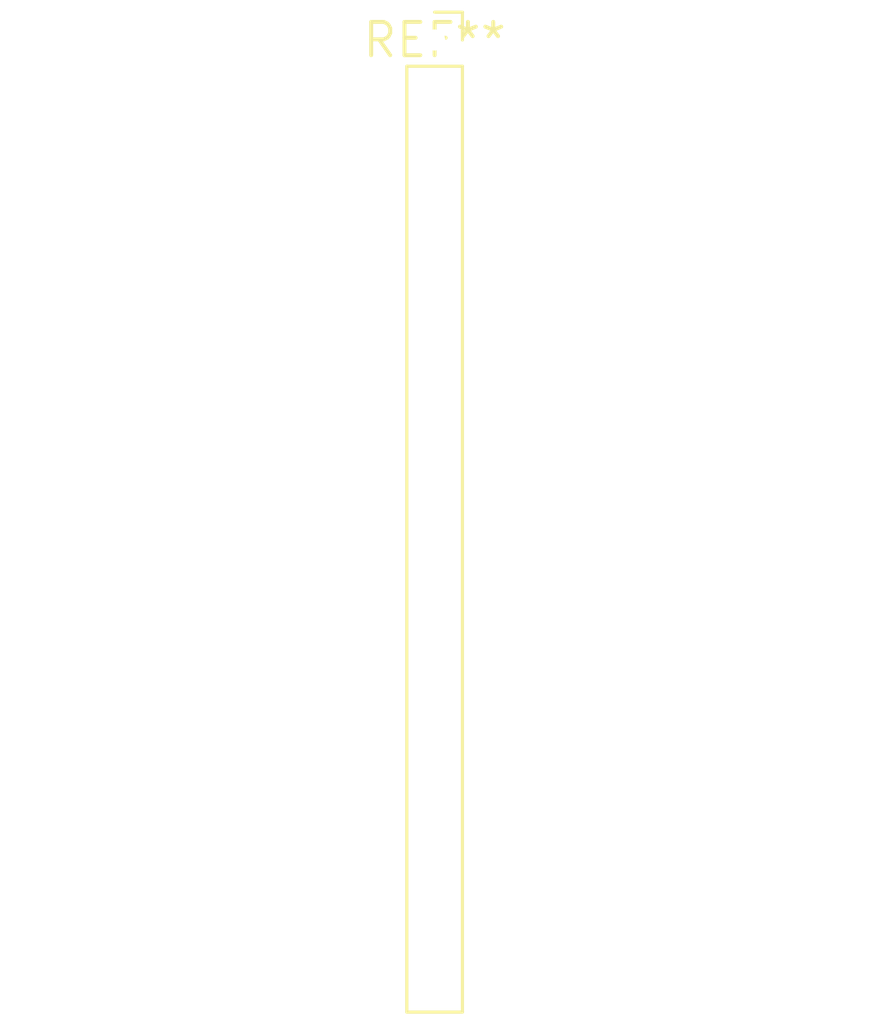
<source format=kicad_pcb>
(kicad_pcb (version 20240108) (generator pcbnew)
  (layers (0 "F.Cu" signal) (31 "B.Cu" signal) (34 "B.Paste" user) (35 "F.Paste" user) (36 "B.SilkS" user "B.Silkscreen") (37 "F.SilkS" user "F.Silkscreen") (38 "B.Mask" user) (39 "F.Mask" user) (44 "Edge.Cuts" user))
  (net 0 "")
  (footprint "PinSocket_1x19_P2.00mm_Vertical" (layer "F.Cu") (at 0 0)
    (property "Reference" "REF**")
    (property "Value" "PinSocket_1x19_P2.00mm_Vertical")
    (fp_line (start -1.06 1) (end -1.06 37.06) (layer "F.SilkS") (stroke (width 0.12)))
    (fp_line (start -1.06 1) (end 1.06 1) (layer "F.SilkS") (stroke (width 0.12)))
    (fp_line (start -1.06 37.06) (end 1.06 37.06) (layer "F.SilkS") (stroke (width 0.12)))
    (fp_line (start 0 -1.06) (end 1.06 -1.06) (layer "F.SilkS") (stroke (width 0.12)))
    (fp_line (start 1.06 -1.06) (end 1.06 0) (layer "F.SilkS") (stroke (width 0.12)))
    (fp_line (start 1.06 1) (end 1.06 37.06) (layer "F.SilkS") (stroke (width 0.12)))
    (pad "1" thru_hole rect (at 0 0) (size 1.35 1.35) (drill 0.8) (layers *.Cu *.Mask) (remove_unused_layers))
    (pad "2" thru_hole oval (at 0 2) (size 1.35 1.35) (drill 0.8) (layers *.Cu *.Mask) (remove_unused_layers))
    (pad "3" thru_hole oval (at 0 4) (size 1.35 1.35) (drill 0.8) (layers *.Cu *.Mask) (remove_unused_layers))
    (pad "4" thru_hole oval (at 0 6) (size 1.35 1.35) (drill 0.8) (layers *.Cu *.Mask) (remove_unused_layers))
    (pad "5" thru_hole oval (at 0 8) (size 1.35 1.35) (drill 0.8) (layers *.Cu *.Mask) (remove_unused_layers))
    (pad "6" thru_hole oval (at 0 10) (size 1.35 1.35) (drill 0.8) (layers *.Cu *.Mask) (remove_unused_layers))
    (pad "7" thru_hole oval (at 0 12) (size 1.35 1.35) (drill 0.8) (layers *.Cu *.Mask) (remove_unused_layers))
    (pad "8" thru_hole oval (at 0 14) (size 1.35 1.35) (drill 0.8) (layers *.Cu *.Mask) (remove_unused_layers))
    (pad "9" thru_hole oval (at 0 16) (size 1.35 1.35) (drill 0.8) (layers *.Cu *.Mask) (remove_unused_layers))
    (pad "10" thru_hole oval (at 0 18) (size 1.35 1.35) (drill 0.8) (layers *.Cu *.Mask) (remove_unused_layers))
    (pad "11" thru_hole oval (at 0 20) (size 1.35 1.35) (drill 0.8) (layers *.Cu *.Mask) (remove_unused_layers))
    (pad "12" thru_hole oval (at 0 22) (size 1.35 1.35) (drill 0.8) (layers *.Cu *.Mask) (remove_unused_layers))
    (pad "13" thru_hole oval (at 0 24) (size 1.35 1.35) (drill 0.8) (layers *.Cu *.Mask) (remove_unused_layers))
    (pad "14" thru_hole oval (at 0 26) (size 1.35 1.35) (drill 0.8) (layers *.Cu *.Mask) (remove_unused_layers))
    (pad "15" thru_hole oval (at 0 28) (size 1.35 1.35) (drill 0.8) (layers *.Cu *.Mask) (remove_unused_layers))
    (pad "16" thru_hole oval (at 0 30) (size 1.35 1.35) (drill 0.8) (layers *.Cu *.Mask) (remove_unused_layers))
    (pad "17" thru_hole oval (at 0 32) (size 1.35 1.35) (drill 0.8) (layers *.Cu *.Mask) (remove_unused_layers))
    (pad "18" thru_hole oval (at 0 34) (size 1.35 1.35) (drill 0.8) (layers *.Cu *.Mask) (remove_unused_layers))
    (pad "19" thru_hole oval (at 0 36) (size 1.35 1.35) (drill 0.8) (layers *.Cu *.Mask) (remove_unused_layers))
  )
)
</source>
